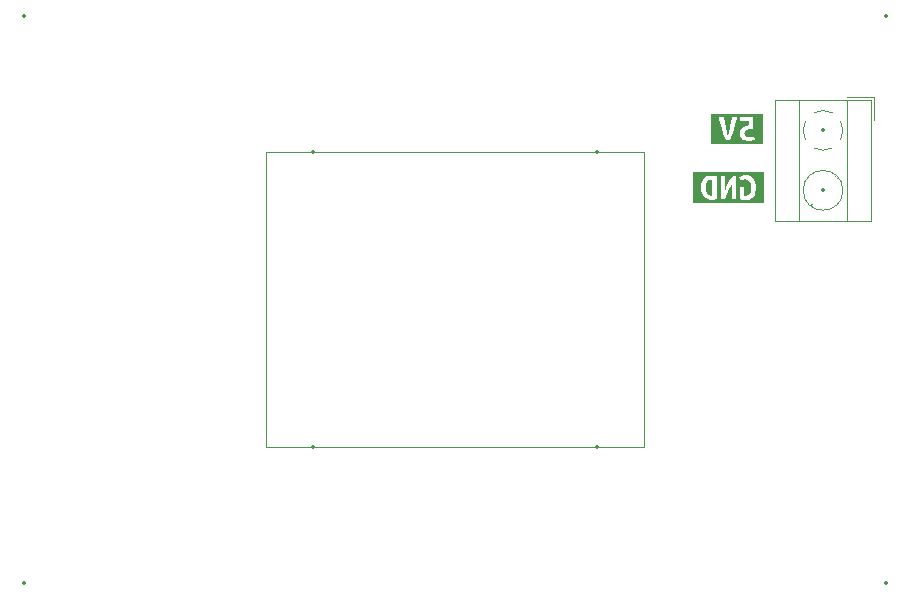
<source format=gbo>
%TF.GenerationSoftware,KiCad,Pcbnew,8.0.7*%
%TF.CreationDate,2025-01-15T23:21:58+00:00*%
%TF.ProjectId,PNP Camera,504e5020-4361-46d6-9572-612e6b696361,rev?*%
%TF.SameCoordinates,Original*%
%TF.FileFunction,Legend,Bot*%
%TF.FilePolarity,Positive*%
%FSLAX46Y46*%
G04 Gerber Fmt 4.6, Leading zero omitted, Abs format (unit mm)*
G04 Created by KiCad (PCBNEW 8.0.7) date 2025-01-15 23:21:58*
%MOMM*%
%LPD*%
G01*
G04 APERTURE LIST*
%ADD10C,0.100000*%
%ADD11C,0.120000*%
%ADD12C,0.000000*%
%ADD13C,0.350000*%
G04 APERTURE END LIST*
D10*
X105000000Y-81000000D02*
X105000000Y-56000000D01*
X109000000Y-81000000D02*
X105000000Y-81000000D01*
X137000000Y-56000000D02*
X137000000Y-81000000D01*
X121400000Y-56000000D02*
X109000000Y-56000000D01*
X137000000Y-56000000D02*
X133000000Y-56000000D01*
X109000000Y-81000000D02*
X133000000Y-81000000D01*
X109000000Y-56000000D02*
X133000000Y-56000000D01*
X137000000Y-81000000D02*
X133000000Y-81000000D01*
X109000000Y-56000000D02*
X105000000Y-56000000D01*
D11*
%TO.C,J1*%
X148115000Y-61885000D02*
X148115000Y-51605000D01*
X150175000Y-61885000D02*
X150175000Y-51605000D01*
X150959000Y-60296000D02*
X150900000Y-60355000D01*
X151199000Y-60466000D02*
X151106000Y-60560000D01*
X153244000Y-58011000D02*
X153151000Y-58105000D01*
X153449000Y-58216000D02*
X153391000Y-58275000D01*
X154175000Y-61885000D02*
X154175000Y-51605000D01*
X156235000Y-51605000D02*
X148115000Y-51605000D01*
X156235000Y-61885000D02*
X148115000Y-61885000D01*
X156235000Y-61885000D02*
X156235000Y-51605000D01*
X156475000Y-51365000D02*
X154235000Y-51365000D01*
X156475000Y-53365000D02*
X156475000Y-51365000D01*
X150691000Y-54994000D02*
G75*
G02*
X150691047Y-53415911I1483995J789000D01*
G01*
X151386000Y-52721000D02*
G75*
G02*
X152964089Y-52721047I789000J-1483995D01*
G01*
X152964000Y-55689000D02*
G75*
G02*
X151385911Y-55688953I-789000J1484004D01*
G01*
X153659000Y-53416000D02*
G75*
G02*
X153855450Y-54234383I-1483995J-788998D01*
G01*
X153855000Y-54205000D02*
G75*
G02*
X153658352Y-54993712I-1680000J0D01*
G01*
X153855000Y-59285000D02*
G75*
G02*
X150495000Y-59285000I-1680000J0D01*
G01*
X150495000Y-59285000D02*
G75*
G02*
X153855000Y-59285000I1680000J0D01*
G01*
D12*
%TO.C,kibuzzard-67768531*%
G36*
X147112709Y-55365253D02*
G01*
X146439580Y-55365253D01*
X145900000Y-55365253D01*
X144336187Y-55365253D01*
X143360420Y-55365253D01*
X142687291Y-55365253D01*
X142687291Y-53053998D01*
X143360420Y-53053998D01*
X143403635Y-53259168D01*
X143455735Y-53486955D01*
X143516317Y-53732108D01*
X143584976Y-53989378D01*
X143635057Y-54166007D01*
X143688368Y-54344790D01*
X143744911Y-54525727D01*
X143803787Y-54705766D01*
X143864100Y-54881857D01*
X143925848Y-55053998D01*
X144336187Y-55053998D01*
X144416155Y-54816519D01*
X144500969Y-54549960D01*
X144531508Y-54449798D01*
X145108401Y-54449798D01*
X145156866Y-54706664D01*
X145305493Y-54911834D01*
X145417771Y-54989378D01*
X145554281Y-55047536D01*
X145715024Y-55083885D01*
X145900000Y-55096002D01*
X146058320Y-55086309D01*
X146213409Y-55062076D01*
X146347496Y-55028150D01*
X146439580Y-54992609D01*
X146358805Y-54663045D01*
X146177868Y-54727666D01*
X146054281Y-54749475D01*
X145903231Y-54756745D01*
X145710985Y-54730897D01*
X145591438Y-54664661D01*
X145531664Y-54572577D01*
X145515509Y-54465953D01*
X145542973Y-54312480D01*
X145652827Y-54192932D01*
X145887076Y-54115388D01*
X146062359Y-54094790D01*
X146284491Y-54087924D01*
X146255412Y-53819346D01*
X146232795Y-53556422D01*
X146215832Y-53300767D01*
X146203716Y-53053998D01*
X145182714Y-53053998D01*
X145182714Y-53383562D01*
X145870921Y-53383562D01*
X145887076Y-53600040D01*
X145903231Y-53784208D01*
X145658751Y-53817237D01*
X145459505Y-53881857D01*
X145305493Y-53978069D01*
X145195997Y-54105156D01*
X145130300Y-54262399D01*
X145108401Y-54449798D01*
X144531508Y-54449798D01*
X144558051Y-54362740D01*
X144612978Y-54175880D01*
X144665751Y-53989378D01*
X144715652Y-53806467D01*
X144761964Y-53630376D01*
X144804685Y-53461107D01*
X144857997Y-53234935D01*
X144895153Y-53053998D01*
X144475121Y-53053998D01*
X144450889Y-53221607D01*
X144416963Y-53414257D01*
X144376171Y-53622658D01*
X144331341Y-53837520D01*
X144282876Y-54053998D01*
X144231179Y-54267246D01*
X144178271Y-54467973D01*
X144126171Y-54646890D01*
X144074475Y-54470396D01*
X144022779Y-54270477D01*
X143972698Y-54057229D01*
X143925848Y-53840751D01*
X143882229Y-53625485D01*
X143841842Y-53415872D01*
X143806300Y-53222011D01*
X143777221Y-53053998D01*
X143360420Y-53053998D01*
X142687291Y-53053998D01*
X142687291Y-52784747D01*
X143360420Y-52784747D01*
X146439580Y-52784747D01*
X147112709Y-52784747D01*
X147112709Y-55365253D01*
G37*
%TO.C,kibuzzard-67768543*%
G36*
X142737197Y-58376333D02*
G01*
X142795355Y-58384410D01*
X142795355Y-59728514D01*
X142759814Y-59731745D01*
X142724273Y-59731745D01*
X142496486Y-59680048D01*
X142347859Y-59537884D01*
X142267084Y-59323021D01*
X142248910Y-59192569D01*
X142242851Y-59050000D01*
X142262237Y-58797981D01*
X142330089Y-58581502D01*
X142462561Y-58431260D01*
X142679039Y-58374717D01*
X142737197Y-58376333D01*
G37*
G36*
X147184155Y-60362870D02*
G01*
X146511026Y-60362870D01*
X145693578Y-60362870D01*
X143835743Y-60362870D01*
X142766276Y-60362870D01*
X141838974Y-60362870D01*
X141165845Y-60362870D01*
X141165845Y-59050000D01*
X141838974Y-59050000D01*
X141856341Y-59307270D01*
X141908441Y-59523344D01*
X141991236Y-59700646D01*
X142100687Y-59841599D01*
X142235178Y-59947819D01*
X142393094Y-60020921D01*
X142571204Y-60063328D01*
X142766276Y-60077464D01*
X142974677Y-60066155D01*
X143060014Y-60051616D01*
X143515872Y-60051616D01*
X143835743Y-60051616D01*
X143928904Y-59829932D01*
X144027450Y-59608607D01*
X144131381Y-59387641D01*
X144240697Y-59166676D01*
X144355398Y-58945351D01*
X144475485Y-58723667D01*
X144475485Y-60051616D01*
X144834128Y-60051616D01*
X144834128Y-58151777D01*
X145099071Y-58151777D01*
X145202464Y-58468417D01*
X145376939Y-58387641D01*
X145590186Y-58352100D01*
X145829281Y-58403796D01*
X145989216Y-58547577D01*
X146079685Y-58767286D01*
X146100283Y-58901777D01*
X146107149Y-59050000D01*
X146094584Y-59268094D01*
X146056888Y-59444184D01*
X145994063Y-59578271D01*
X145854321Y-59705493D01*
X145661268Y-59747900D01*
X145583724Y-59744669D01*
X145506179Y-59734976D01*
X145506179Y-59004766D01*
X145108764Y-59004766D01*
X145108764Y-60003150D01*
X145330089Y-60061309D01*
X145496082Y-60085541D01*
X145693578Y-60093619D01*
X145871688Y-60077060D01*
X146031220Y-60027383D01*
X146170557Y-59944992D01*
X146288086Y-59830291D01*
X146382593Y-59683279D01*
X146452868Y-59503958D01*
X146496486Y-59292730D01*
X146511026Y-59050000D01*
X146494063Y-58809693D01*
X146443174Y-58599273D01*
X146363207Y-58419548D01*
X146259006Y-58271325D01*
X146132189Y-58155412D01*
X145984370Y-58072617D01*
X145820396Y-58022940D01*
X145645113Y-58006381D01*
X145436712Y-58024152D01*
X145276777Y-58064540D01*
X145165307Y-58113005D01*
X145099071Y-58151777D01*
X144834128Y-58151777D01*
X144834128Y-58051616D01*
X144514257Y-58051616D01*
X144423788Y-58199838D01*
X144333320Y-58360178D01*
X144244063Y-58526171D01*
X144157229Y-58691357D01*
X144074838Y-58853716D01*
X143998910Y-59011228D01*
X143931462Y-59156624D01*
X143874515Y-59282633D01*
X143874515Y-58051616D01*
X143515872Y-58051616D01*
X143515872Y-60051616D01*
X143060014Y-60051616D01*
X143192771Y-60028998D01*
X143192771Y-58077464D01*
X142937520Y-58038691D01*
X142714580Y-58028998D01*
X142525969Y-58043538D01*
X142354321Y-58087157D01*
X142203675Y-58161874D01*
X142078069Y-58269709D01*
X141977504Y-58411066D01*
X141901979Y-58586349D01*
X141854725Y-58798384D01*
X141838974Y-59050000D01*
X141165845Y-59050000D01*
X141165845Y-57737130D01*
X141838974Y-57737130D01*
X146511026Y-57737130D01*
X147184155Y-57737130D01*
X147184155Y-60362870D01*
G37*
%TD*%
D13*
X133000000Y-81000000D03*
X133000000Y-56000000D03*
X157500000Y-92500000D03*
X84500000Y-92500000D03*
X109000000Y-56000000D03*
X157500000Y-44500000D03*
X109000000Y-81000000D03*
X84500000Y-44500000D03*
X152175000Y-54205000D03*
X152175000Y-59285000D03*
M02*

</source>
